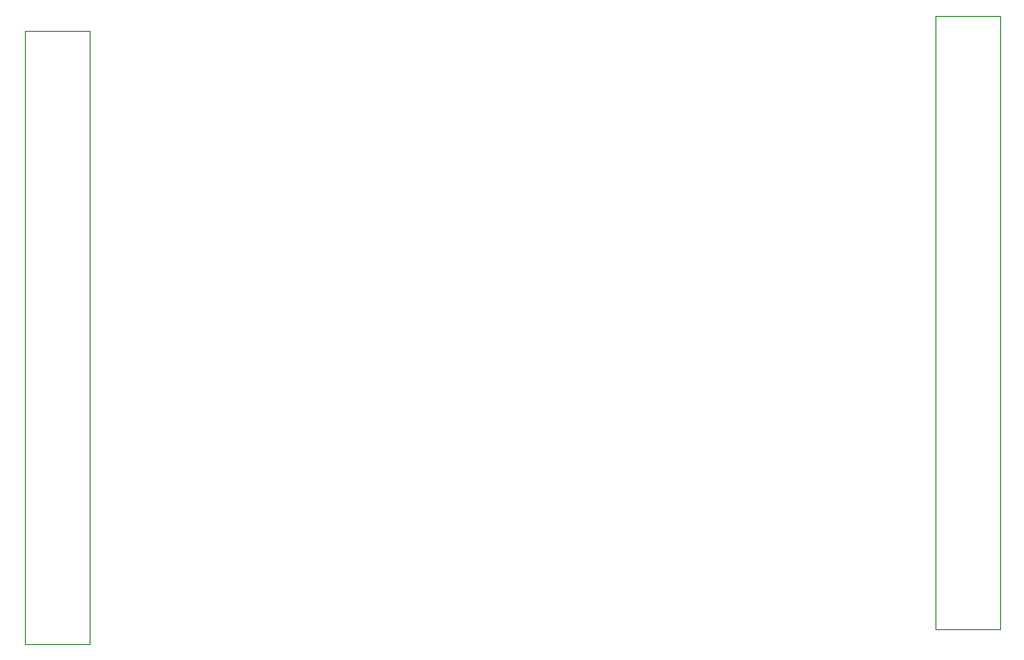
<source format=gbr>
%TF.GenerationSoftware,Altium Limited,Altium Designer,22.11.1 (43)*%
G04 Layer_Color=32896*
%FSLAX45Y45*%
%MOMM*%
%TF.SameCoordinates,C297AA42-F212-4987-B5A2-20FF98F52B47*%
%TF.FilePolarity,Positive*%
%TF.FileFunction,Other,Mechanical_20*%
%TF.Part,Single*%
G01*
G75*
%TA.AperFunction,NonConductor*%
%ADD27C,0.05000*%
D27*
X8424500Y1880500D02*
Y7106500D01*
Y1880500D02*
X8974500D01*
Y7106500D01*
X8424500D02*
X8974500D01*
X677500Y1753500D02*
Y6979500D01*
Y1753500D02*
X1227500D01*
Y6979500D01*
X677500D02*
X1227500D01*
%TF.MD5,3e12425536e5090c26798e687951750d*%
M02*

</source>
